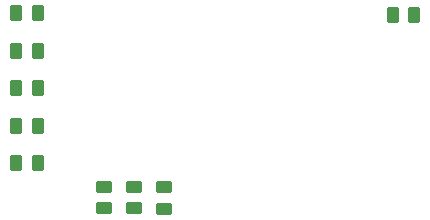
<source format=gtp>
G04 #@! TF.GenerationSoftware,KiCad,Pcbnew,(6.0.9)*
G04 #@! TF.CreationDate,2022-11-30T22:13:12-05:00*
G04 #@! TF.ProjectId,Roboshot,526f626f-7368-46f7-942e-6b696361645f,rev?*
G04 #@! TF.SameCoordinates,Original*
G04 #@! TF.FileFunction,Paste,Top*
G04 #@! TF.FilePolarity,Positive*
%FSLAX46Y46*%
G04 Gerber Fmt 4.6, Leading zero omitted, Abs format (unit mm)*
G04 Created by KiCad (PCBNEW (6.0.9)) date 2022-11-30 22:13:12*
%MOMM*%
%LPD*%
G01*
G04 APERTURE LIST*
G04 Aperture macros list*
%AMRoundRect*
0 Rectangle with rounded corners*
0 $1 Rounding radius*
0 $2 $3 $4 $5 $6 $7 $8 $9 X,Y pos of 4 corners*
0 Add a 4 corners polygon primitive as box body*
4,1,4,$2,$3,$4,$5,$6,$7,$8,$9,$2,$3,0*
0 Add four circle primitives for the rounded corners*
1,1,$1+$1,$2,$3*
1,1,$1+$1,$4,$5*
1,1,$1+$1,$6,$7*
1,1,$1+$1,$8,$9*
0 Add four rect primitives between the rounded corners*
20,1,$1+$1,$2,$3,$4,$5,0*
20,1,$1+$1,$4,$5,$6,$7,0*
20,1,$1+$1,$6,$7,$8,$9,0*
20,1,$1+$1,$8,$9,$2,$3,0*%
G04 Aperture macros list end*
%ADD10RoundRect,0.250000X0.262500X0.450000X-0.262500X0.450000X-0.262500X-0.450000X0.262500X-0.450000X0*%
%ADD11RoundRect,0.250000X0.450000X-0.262500X0.450000X0.262500X-0.450000X0.262500X-0.450000X-0.262500X0*%
%ADD12RoundRect,0.250000X-0.262500X-0.450000X0.262500X-0.450000X0.262500X0.450000X-0.262500X0.450000X0*%
%ADD13RoundRect,0.250000X-0.450000X0.262500X-0.450000X-0.262500X0.450000X-0.262500X0.450000X0.262500X0*%
G04 APERTURE END LIST*
D10*
X92758900Y-132232400D03*
X90933900Y-132232400D03*
X92758900Y-129057400D03*
X90933900Y-129057400D03*
X124610500Y-119634000D03*
X122785500Y-119634000D03*
X92757000Y-119532400D03*
X90932000Y-119532400D03*
D11*
X103428800Y-136067800D03*
X103428800Y-134242800D03*
D10*
X92758900Y-122707400D03*
X90933900Y-122707400D03*
D12*
X90933900Y-125882400D03*
X92758900Y-125882400D03*
D13*
X100888800Y-134190100D03*
X100888800Y-136015100D03*
X98348800Y-134190100D03*
X98348800Y-136015100D03*
M02*

</source>
